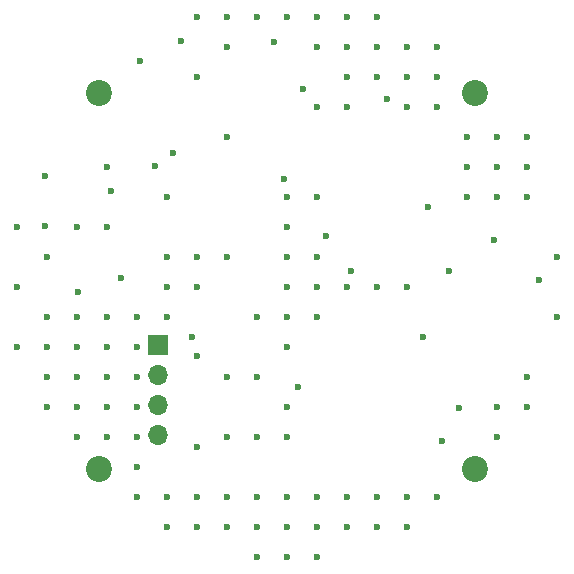
<source format=gbs>
G04 #@! TF.GenerationSoftware,KiCad,Pcbnew,8.0.1*
G04 #@! TF.CreationDate,2024-06-09T19:47:04+05:00*
G04 #@! TF.ProjectId,rocket_project,726f636b-6574-45f7-9072-6f6a6563742e,rev?*
G04 #@! TF.SameCoordinates,Original*
G04 #@! TF.FileFunction,Soldermask,Bot*
G04 #@! TF.FilePolarity,Negative*
%FSLAX46Y46*%
G04 Gerber Fmt 4.6, Leading zero omitted, Abs format (unit mm)*
G04 Created by KiCad (PCBNEW 8.0.1) date 2024-06-09 19:47:04*
%MOMM*%
%LPD*%
G01*
G04 APERTURE LIST*
%ADD10R,1.700000X1.700000*%
%ADD11O,1.700000X1.700000*%
%ADD12C,2.200000*%
%ADD13C,0.600000*%
G04 APERTURE END LIST*
D10*
X146525000Y-100700000D03*
D11*
X146525000Y-103240000D03*
X146525000Y-105780000D03*
X146525000Y-108320000D03*
D12*
X173343488Y-111163150D03*
X141523683Y-79343345D03*
X173343488Y-79343345D03*
X141523683Y-111163150D03*
D13*
X139700000Y-90660000D03*
X139700000Y-103360000D03*
X152400000Y-103360000D03*
X156400000Y-75000000D03*
X165100000Y-113520000D03*
X144780000Y-108440000D03*
X154940000Y-113520000D03*
X180340000Y-98280000D03*
X175260000Y-105900000D03*
X160020000Y-93200000D03*
X177800000Y-83040000D03*
X167640000Y-95740000D03*
X152400000Y-93200000D03*
X147800000Y-84400000D03*
X165900000Y-79800000D03*
X160020000Y-95740000D03*
X172720000Y-85580000D03*
X142240000Y-100820000D03*
X160020000Y-75420000D03*
X137000000Y-90600000D03*
X143400000Y-95000000D03*
X152400000Y-83040000D03*
X167640000Y-77960000D03*
X139700000Y-98280000D03*
X154940000Y-72880000D03*
X160800000Y-91400000D03*
X144780000Y-100820000D03*
X165100000Y-72880000D03*
X157200000Y-86600000D03*
X162560000Y-113520000D03*
X137000000Y-86400000D03*
X157480000Y-105900000D03*
X162560000Y-75420000D03*
X137160000Y-103360000D03*
X152400000Y-116060000D03*
X145000000Y-76600000D03*
X142600000Y-87600000D03*
X160020000Y-88120000D03*
X149860000Y-72880000D03*
X165100000Y-116060000D03*
X165100000Y-75420000D03*
X142240000Y-85580000D03*
X177800000Y-103360000D03*
X154940000Y-108440000D03*
X149860000Y-113520000D03*
X154940000Y-98280000D03*
X177800000Y-85580000D03*
X149860000Y-101600000D03*
X147320000Y-98280000D03*
X162560000Y-77960000D03*
X160020000Y-98280000D03*
X169000000Y-100000000D03*
X142240000Y-90660000D03*
X162560000Y-80500000D03*
X170180000Y-77960000D03*
X154940000Y-116060000D03*
X175260000Y-85580000D03*
X167640000Y-75420000D03*
X157480000Y-95740000D03*
X134620000Y-90660000D03*
X172720000Y-88120000D03*
X162900000Y-94400000D03*
X177800000Y-105900000D03*
X139700000Y-105900000D03*
X157480000Y-108440000D03*
X167640000Y-80500000D03*
X152400000Y-113520000D03*
X149860000Y-95740000D03*
X149860000Y-116060000D03*
X167640000Y-113520000D03*
X160020000Y-116060000D03*
X175260000Y-83040000D03*
X165100000Y-77960000D03*
X134620000Y-100820000D03*
X144780000Y-103360000D03*
X147320000Y-116060000D03*
X147320000Y-93200000D03*
X147320000Y-113520000D03*
X175260000Y-108440000D03*
X149860000Y-93200000D03*
X172720000Y-83040000D03*
X142240000Y-98280000D03*
X147320000Y-88120000D03*
X149800000Y-109300000D03*
X157480000Y-118600000D03*
X157480000Y-90660000D03*
X139700000Y-108440000D03*
X137160000Y-105900000D03*
X137160000Y-100820000D03*
X171200000Y-94400000D03*
X137160000Y-98280000D03*
X165100000Y-95740000D03*
X170180000Y-75420000D03*
X148500000Y-74900000D03*
X144780000Y-98280000D03*
X170600000Y-108800000D03*
X142240000Y-103360000D03*
X144780000Y-110980000D03*
X177800000Y-88120000D03*
X147320000Y-95740000D03*
X157480000Y-93200000D03*
X162560000Y-72880000D03*
X167640000Y-116060000D03*
X137160000Y-93200000D03*
X170180000Y-80500000D03*
X180340000Y-93200000D03*
X139800000Y-96200000D03*
X157480000Y-100820000D03*
X157480000Y-88120000D03*
X154940000Y-103360000D03*
X162560000Y-95740000D03*
X160020000Y-72880000D03*
X160020000Y-113520000D03*
X169400000Y-89000000D03*
X175260000Y-88120000D03*
X162560000Y-116060000D03*
X144780000Y-113520000D03*
X149860000Y-77960000D03*
X154940000Y-118600000D03*
X152400000Y-108440000D03*
X160020000Y-118600000D03*
X175000000Y-91800000D03*
X160020000Y-80500000D03*
X144780000Y-105900000D03*
X157480000Y-72880000D03*
X134620000Y-95740000D03*
X157480000Y-113520000D03*
X142240000Y-108440000D03*
X142240000Y-105900000D03*
X152400000Y-72880000D03*
X157480000Y-98280000D03*
X152400000Y-75420000D03*
X139700000Y-100820000D03*
X146300000Y-85500000D03*
X170180000Y-113520000D03*
X157480000Y-116060000D03*
X149400000Y-100000000D03*
X158800000Y-79000000D03*
X158400000Y-104200000D03*
X178800000Y-95200000D03*
X172000000Y-106000000D03*
M02*

</source>
